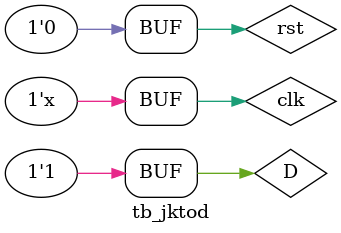
<source format=v>
`timescale 1ns / 1ps


module tb_jktod();
wire q,qbar;
reg rst,clk,D;
JK_Dflipflop u2(q,qbar,D,rst,clk);
always #5 clk=~clk;
initial clk=0;
initial begin
rst=1; #10
rst=0;
D=0; #20;
D=1; #30;
D=0; #20;
D=1; #30;
D=0; #20;
D=1; #30;
D=0; #20;
D=1; #30;
end
endmodule

</source>
